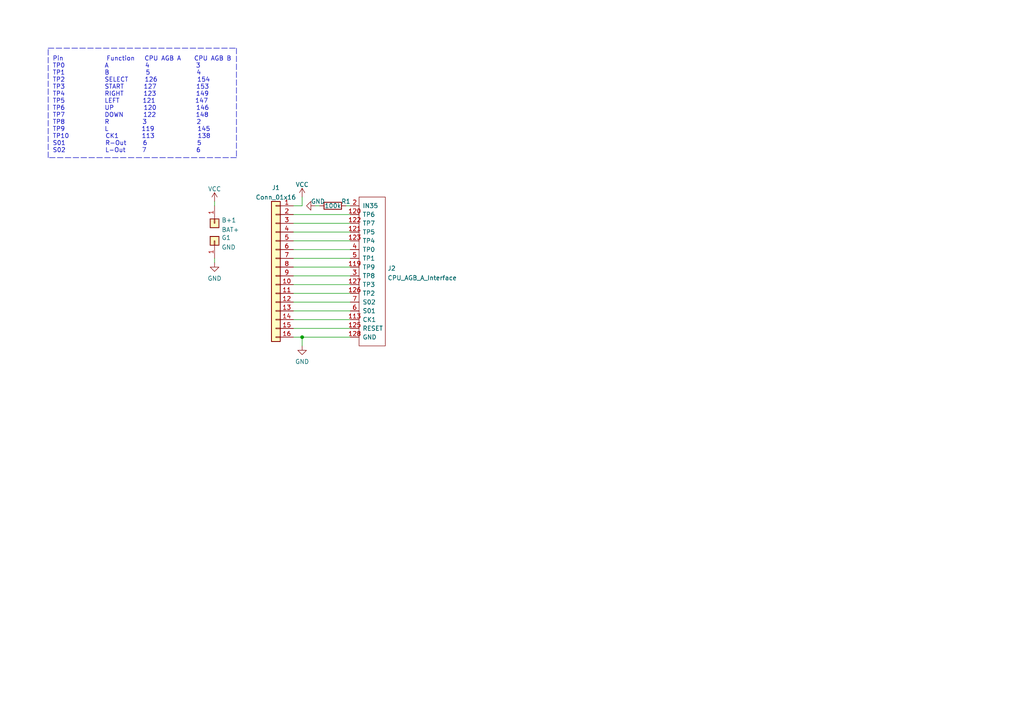
<source format=kicad_sch>
(kicad_sch (version 20211123) (generator eeschema)
  (paper "A4")
  (lib_symbols
    (symbol "Connector_Generic:Conn_01x01" (pin_names (offset 1.016) hide)
      (property "Reference" "J" (at 0 2.54 0))
      (property "Value" "Conn_01x01" (at 0 -2.54 0))
      (symbol "Conn_01x01_1_1"
        (rectangle (start -1.27 0.127) (end 0 -0.127) (stroke (width 0.1524)))
        (rectangle (start -1.27 1.27) (end 1.27 -1.27) (stroke (width 0.254)) (fill (type background)))
        (pin passive line (at -5.08 0 0) (length 3.81) (name "Pin_1") (number "1"))
      )
    )
    (symbol "Connector_Generic:Conn_01x16" (pin_names (offset 1.016) hide)
      (property "Reference" "J" (at 0 20.32 0))
      (property "Value" "Conn_01x16" (at 0 -22.86 0))
      (symbol "Conn_01x16_1_1"
        (rectangle (start -1.27 -20.193) (end 0 -20.447) (stroke (width 0.1524)))
        (rectangle (start -1.27 -17.653) (end 0 -17.907) (stroke (width 0.1524)))
        (rectangle (start -1.27 -15.113) (end 0 -15.367) (stroke (width 0.1524)))
        (rectangle (start -1.27 -12.573) (end 0 -12.827) (stroke (width 0.1524)))
        (rectangle (start -1.27 -10.033) (end 0 -10.287) (stroke (width 0.1524)))
        (rectangle (start -1.27 -7.493) (end 0 -7.747) (stroke (width 0.1524)))
        (rectangle (start -1.27 -4.953) (end 0 -5.207) (stroke (width 0.1524)))
        (rectangle (start -1.27 -2.413) (end 0 -2.667) (stroke (width 0.1524)))
        (rectangle (start -1.27 0.127) (end 0 -0.127) (stroke (width 0.1524)))
        (rectangle (start -1.27 2.667) (end 0 2.413) (stroke (width 0.1524)))
        (rectangle (start -1.27 5.207) (end 0 4.953) (stroke (width 0.1524)))
        (rectangle (start -1.27 7.747) (end 0 7.493) (stroke (width 0.1524)))
        (rectangle (start -1.27 10.287) (end 0 10.033) (stroke (width 0.1524)))
        (rectangle (start -1.27 12.827) (end 0 12.573) (stroke (width 0.1524)))
        (rectangle (start -1.27 15.367) (end 0 15.113) (stroke (width 0.1524)))
        (rectangle (start -1.27 17.907) (end 0 17.653) (stroke (width 0.1524)))
        (rectangle (start -1.27 19.05) (end 1.27 -21.59) (stroke (width 0.254)) (fill (type background)))
        (pin passive line (at -5.08 17.78 0) (length 3.81) (name "Pin_1") (number "1"))
        (pin passive line (at -5.08 -5.08 0) (length 3.81) (name "Pin_10") (number "10"))
        (pin passive line (at -5.08 -7.62 0) (length 3.81) (name "Pin_11") (number "11"))
        (pin passive line (at -5.08 -10.16 0) (length 3.81) (name "Pin_12") (number "12"))
        (pin passive line (at -5.08 -12.7 0) (length 3.81) (name "Pin_13") (number "13"))
        (pin passive line (at -5.08 -15.24 0) (length 3.81) (name "Pin_14") (number "14"))
        (pin passive line (at -5.08 -17.78 0) (length 3.81) (name "Pin_15") (number "15"))
        (pin passive line (at -5.08 -20.32 0) (length 3.81) (name "Pin_16") (number "16"))
        (pin passive line (at -5.08 15.24 0) (length 3.81) (name "Pin_2") (number "2"))
        (pin passive line (at -5.08 12.7 0) (length 3.81) (name "Pin_3") (number "3"))
        (pin passive line (at -5.08 10.16 0) (length 3.81) (name "Pin_4") (number "4"))
        (pin passive line (at -5.08 7.62 0) (length 3.81) (name "Pin_5") (number "5"))
        (pin passive line (at -5.08 5.08 0) (length 3.81) (name "Pin_6") (number "6"))
        (pin passive line (at -5.08 2.54 0) (length 3.81) (name "Pin_7") (number "7"))
        (pin passive line (at -5.08 0 0) (length 3.81) (name "Pin_8") (number "8"))
        (pin passive line (at -5.08 -2.54 0) (length 3.81) (name "Pin_9") (number "9"))
      )
    )
    (symbol "Device:R" (pin_numbers hide) (pin_names (offset 0))
      (property "Reference" "R" (at 2.032 0 90))
      (property "Value" "R" (at 0 0 90))
      (symbol "R_0_1"
        (rectangle (start -1.016 -2.54) (end 1.016 2.54) (stroke (width 0.254)))
      )
      (symbol "R_1_1"
        (pin passive line (at 0 3.81 270) (length 1.27) (name "~") (number "1"))
        (pin passive line (at 0 -3.81 90) (length 1.27) (name "~") (number "2"))
      )
    )
    (symbol "Nintendo:CPU_AGB_A_Interface" (pin_names (offset 1.016))
      (property "Reference" "J" (at -1.27 22.86 0))
      (property "Value" "CPU_AGB_A_Interface" (at 6.35 -11.43 90))
      (symbol "CPU_AGB_A_Interface_0_1"
        (rectangle (start -2.54 21.59) (end 5.08 -21.59))
      )
      (symbol "CPU_AGB_A_Interface_1_1"
        (pin input line (at -5.08 -13.97 0) (length 2.54) (name "CK1") (number "113"))
        (pin input line (at -5.08 -19.05 0) (length 2.54) hide (name "GND") (number "116"))
        (pin input line (at -5.08 1.27 0) (length 2.54) (name "TP9") (number "119"))
        (pin input line (at -5.08 16.51 0) (length 2.54) (name "TP6") (number "120"))
        (pin input line (at -5.08 11.43 0) (length 2.54) (name "TP5") (number "121"))
        (pin input line (at -5.08 13.97 0) (length 2.54) (name "TP7") (number "122"))
        (pin input line (at -5.08 8.89 0) (length 2.54) (name "TP4") (number "123"))
        (pin input line (at -5.08 -16.51 0) (length 2.54) (name "RESET") (number "125"))
        (pin input line (at -5.08 -6.35 0) (length 2.54) (name "TP2") (number "126"))
        (pin input line (at -5.08 -3.81 0) (length 2.54) (name "TP3") (number "127"))
        (pin input line (at -5.08 -19.05 0) (length 2.54) (name "GND") (number "128"))
        (pin input line (at -5.08 19.05 0) (length 2.54) (name "IN35") (number "2"))
        (pin input line (at -5.08 -1.27 0) (length 2.54) (name "TP8") (number "3"))
        (pin input line (at -5.08 6.35 0) (length 2.54) (name "TP0") (number "4"))
        (pin input line (at -5.08 3.81 0) (length 2.54) (name "TP1") (number "5"))
        (pin input line (at -5.08 -11.43 0) (length 2.54) (name "S01") (number "6"))
        (pin input line (at -5.08 -8.89 0) (length 2.54) (name "S02") (number "7"))
      )
    )
    (symbol "power:GND" (power) (pin_names (offset 0))
      (property "Value" "GND" (at 0 -3.81 0))
      (symbol "GND_0_1"
        (polyline (pts (xy 0 0) (xy 0 -1.27) (xy 1.27 -1.27) (xy 0 -2.54) (xy -1.27 -1.27) (xy 0 -1.27)))
      )
      (symbol "GND_1_1"
        (pin power_in line (at 0 0 270) (length 0) hide (name "GND") (number "1"))
      )
    )
    (symbol "power:VCC" (power) (pin_names (offset 0))
      (property "Value" "VCC" (at 0 3.81 0))
      (symbol "VCC_0_1"
        (polyline (pts (xy -0.762 1.27) (xy 0 2.54)))
        (polyline (pts (xy 0 0) (xy 0 2.54)))
        (polyline (pts (xy 0 2.54) (xy 0.762 1.27)))
      )
      (symbol "VCC_1_1"
        (pin power_in line (at 0 0 90) (length 0) hide (name "VCC") (number "1"))
      )
    )
  )
  (junction (at 87.63 97.79))
  (wire (pts (xy 62.23 74.93) (xy 62.23 76.2)))
  (wire (pts (xy 91.44 59.69) (xy 92.71 59.69)))
  (wire (pts (xy 100.33 59.69) (xy 101.6 59.69)))
  (wire (pts (xy 85.09 82.55) (xy 101.6 82.55)))
  (polyline (pts (xy 13.97 13.97) (xy 68.58 13.97)))
  (wire (pts (xy 85.09 95.25) (xy 101.6 95.25)))
  (wire (pts (xy 85.09 87.63) (xy 101.6 87.63)))
  (wire (pts (xy 85.09 90.17) (xy 101.6 90.17)))
  (wire (pts (xy 85.09 77.47) (xy 101.6 77.47)))
  (wire (pts (xy 85.09 67.31) (xy 101.6 67.31)))
  (wire (pts (xy 87.63 97.79) (xy 87.63 100.33)))
  (wire (pts (xy 62.23 58.42) (xy 62.23 59.69)))
  (wire (pts (xy 85.09 92.71) (xy 101.6 92.71)))
  (wire (pts (xy 87.63 97.79) (xy 101.6 97.79)))
  (wire (pts (xy 85.09 64.77) (xy 101.6 64.77)))
  (wire (pts (xy 85.09 72.39) (xy 101.6 72.39)))
  (polyline (pts (xy 68.58 13.97) (xy 68.58 45.72)))
  (wire (pts (xy 87.63 57.15) (xy 87.63 59.69)))
  (polyline (pts (xy 68.58 45.72) (xy 13.97 45.72)))
  (wire (pts (xy 85.09 85.09) (xy 101.6 85.09)))
  (wire (pts (xy 85.09 59.69) (xy 87.63 59.69)))
  (wire (pts (xy 85.09 97.79) (xy 87.63 97.79)))
  (wire (pts (xy 85.09 62.23) (xy 101.6 62.23)))
  (wire (pts (xy 85.09 69.85) (xy 101.6 69.85)))
  (polyline (pts (xy 13.97 45.72) (xy 13.97 13.97)))
  (wire (pts (xy 85.09 80.01) (xy 101.6 80.01)))
  (wire (pts (xy 85.09 74.93) (xy 101.6 74.93)))
  (text "Pin             Function   CPU AGB A    CPU AGB B\nTP0            A           4              3\nTP1            B           5              4\nTP2            SELECT     126            154\nTP3            START      127            153\nTP4            RIGHT      123            149\nTP5            LEFT       121            147\nTP6            UP         120            146\nTP7            DOWN      122            148\nTP8            R          3               2\nTP9            L          119             145\nTP10           CK1       113             138\nS01            R-Out     6               5\nS02            L-Out     7               6\n" (at 15.24 44.45 0) (effects (font (size 1.27 1.27)) (justify left bottom)))
  (symbol (lib_id "Connector_Generic:Conn_01x16") (at 80.01 77.47 0) (mirror y) (unit 1)
    (property "Reference" "J1" (at 80.01 54.4535 0))
    (property "Value" "Conn_01x16" (at 80.01 57.2286 0))
    (property "Footprint" "Connector_FFC-FPC:TE_1-1734839-6_1x16-1MP_P0.5mm_Horizontal" (effects hide))
  )
  (symbol (lib_id "power:VCC") (at 62.23 58.42 0) (unit 1)
    (property "Reference" "#PWR0104" (effects hide))
    (property "Value" "VCC" (at 62.23 54.8155 0))
  )
  (symbol (lib_id "Nintendo:CPU_AGB_A_Interface") (at 106.68 78.74 0) (unit 1)
    (property "Reference" "J2" (at 112.395 77.8315 0) (effects (justify left)))
    (property "Value" "CPU_AGB_A_Interface" (at 112.395 80.6066 0) (effects (justify left)))
    (property "Footprint" "Nintendo:CPU_AGB_A_INTERFACE" (effects hide))
  )
  (symbol (lib_id "Connector_Generic:Conn_01x01") (at 62.23 69.85 90) (unit 1)
    (property "Reference" "G1" (at 64.262 68.9415 90) (effects (justify right)))
    (property "Value" "GND" (at 64.262 71.7166 90) (effects (justify right)))
    (property "Footprint" "TestPoint:TestPoint_Pad_D1.0mm" (effects hide))
  )
  (symbol (lib_id "power:GND") (at 91.44 59.69 270) (unit 1)
    (property "Reference" "#PWR0102" (effects hide))
    (property "Value" "GND" (at 90.17 58.42 90) (effects (justify left)))
  )
  (symbol (lib_id "Device:R") (at 96.52 59.69 90) (unit 1)
    (property "Reference" "R1" (at 100.33 58.42 90))
    (property "Value" "100k" (at 96.52 59.69 90))
    (property "Footprint" "Resistor_SMD:R_0402_1005Metric_Pad0.72x0.64mm_HandSolder" (effects hide))
  )
  (symbol (lib_id "Connector_Generic:Conn_01x01") (at 62.23 64.77 270) (unit 1)
    (property "Reference" "B+1" (at 64.262 63.8615 90) (effects (justify left)))
    (property "Value" "BAT+" (at 64.262 66.6366 90) (effects (justify left)))
    (property "Footprint" "TestPoint:TestPoint_Pad_D1.0mm" (effects hide))
  )
  (symbol (lib_id "power:GND") (at 62.23 76.2 0) (unit 1)
    (property "Reference" "#PWR0105" (effects hide))
    (property "Value" "GND" (at 62.23 80.7625 0))
  )
  (symbol (lib_id "power:GND") (at 87.63 100.33 0) (unit 1)
    (property "Reference" "#PWR0103" (effects hide))
    (property "Value" "GND" (at 87.63 104.8925 0))
  )
  (symbol (lib_id "power:VCC") (at 87.63 57.15 0) (unit 1)
    (property "Reference" "#PWR0101" (effects hide))
    (property "Value" "VCC" (at 87.63 53.5455 0))
  )
)
</source>
